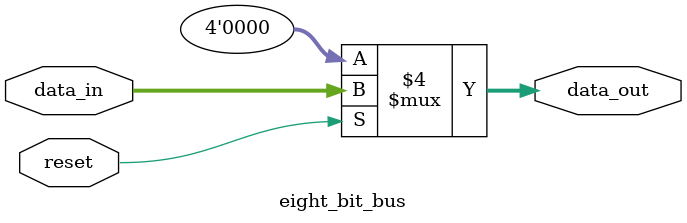
<source format=v>

module eight_bit_bus(input [3:0] data_in,
						   input reset,
							output reg [3:0] data_out);
								

	always@ (*) begin
	
		data_out = 8'b00;
		
		if (!reset) //ACTIVE LOW RESET
			data_out = 8'b00;
		
		else
			data_out = data_in;
	end
endmodule
</source>
